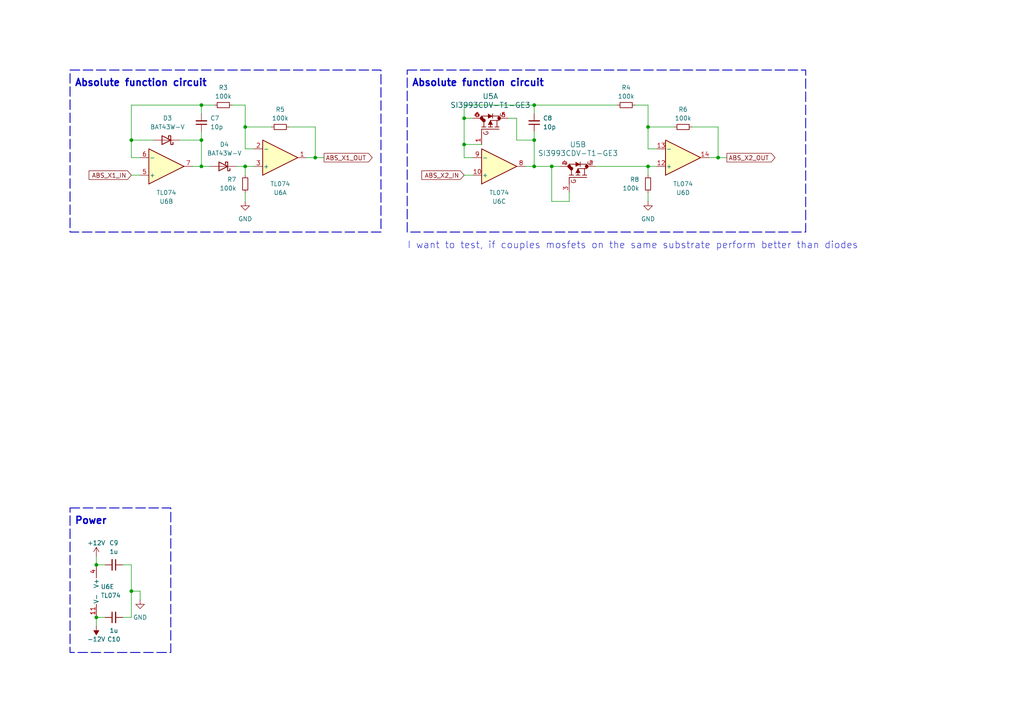
<source format=kicad_sch>
(kicad_sch (version 20231120) (generator "eeschema") (generator_version "8.0")
  (paper "A4")
  (title_block (title "Analog Computer Math Module") (date "2025-01-29") (rev "1") (company "Saal 2025") (comment 1 "Absolute Function"))
  (lib_symbols
    (symbol "Amplifier_Operational:TL074" (pin_names (offset 0.127))
      (property "Reference" "U" (at 0 5.08 0))
      (property "Value" "TL074" (at 0 -5.08 0))
      (symbol "TL074_1_1"
        (polyline (pts (xy -5.08 5.08) (xy 5.08 0) (xy -5.08 -5.08) (xy -5.08 5.08)) (stroke (width 0.254)) (fill (type background)))
        (pin output line (at 7.62 0 180) (length 2.54) (name "~") (number "1"))
        (pin input line (at -7.62 -2.54 0) (length 2.54) (name "-") (number "2"))
        (pin input line (at -7.62 2.54 0) (length 2.54) (name "+") (number "3"))
      )
      (symbol "TL074_2_1"
        (polyline (pts (xy -5.08 5.08) (xy 5.08 0) (xy -5.08 -5.08) (xy -5.08 5.08)) (stroke (width 0.254)) (fill (type background)))
        (pin input line (at -7.62 2.54 0) (length 2.54) (name "+") (number "5"))
        (pin input line (at -7.62 -2.54 0) (length 2.54) (name "-") (number "6"))
        (pin output line (at 7.62 0 180) (length 2.54) (name "~") (number "7"))
      )
      (symbol "TL074_3_1"
        (polyline (pts (xy -5.08 5.08) (xy 5.08 0) (xy -5.08 -5.08) (xy -5.08 5.08)) (stroke (width 0.254)) (fill (type background)))
        (pin input line (at -7.62 2.54 0) (length 2.54) (name "+") (number "10"))
        (pin output line (at 7.62 0 180) (length 2.54) (name "~") (number "8"))
        (pin input line (at -7.62 -2.54 0) (length 2.54) (name "-") (number "9"))
      )
      (symbol "TL074_4_1"
        (polyline (pts (xy -5.08 5.08) (xy 5.08 0) (xy -5.08 -5.08) (xy -5.08 5.08)) (stroke (width 0.254)) (fill (type background)))
        (pin input line (at -7.62 2.54 0) (length 2.54) (name "+") (number "12"))
        (pin input line (at -7.62 -2.54 0) (length 2.54) (name "-") (number "13"))
        (pin output line (at 7.62 0 180) (length 2.54) (name "~") (number "14"))
      )
      (symbol "TL074_5_1"
        (pin power_in line (at -2.54 -7.62 90) (length 3.81) (name "V-") (number "11"))
        (pin power_in line (at -2.54 7.62 270) (length 3.81) (name "V+") (number "4"))
      )
    )
    (symbol "Analog_computing:SI3993CDV-T1-GE3" (pin_names (offset 0.254) hide)
      (property "Reference" "U" (at 0 10.16 0))
      (property "Value" "SI3993CDV-T1-GE3" (at 0 8.128 0))
      (symbol "SI3993CDV-T1-GE3_1_1"
        (polyline (pts (xy -3.81 -2.54) (xy -1.905 -2.54)) (stroke (width 0.2032)))
        (polyline (pts (xy -1.905 -2.54) (xy -1.905 2.54)) (stroke (width 0.2032)))
        (polyline (pts (xy -1.27 -2.54) (xy -1.27 -1.27)) (stroke (width 0.2032)))
        (polyline (pts (xy -1.27 -1.905) (xy 0.635 -1.905)) (stroke (width 0.2032)))
        (polyline (pts (xy -1.27 -0.635) (xy -1.27 0.635)) (stroke (width 0.2032)))
        (polyline (pts (xy -1.27 1.27) (xy -1.27 2.54)) (stroke (width 0.2032)))
        (polyline (pts (xy -1.27 1.905) (xy 0.635 1.905)) (stroke (width 0.2032)))
        (polyline (pts (xy -0.635 0) (xy -1.27 0)) (stroke (width 0.2032)))
        (polyline (pts (xy 0.635 -2.54) (xy 1.905 -2.54)) (stroke (width 0.2032)))
        (polyline (pts (xy 0.635 1.905) (xy 0.635 0)) (stroke (width 0.2032)))
        (polyline (pts (xy 0.635 1.905) (xy 0.635 2.54)) (stroke (width 0.2032)))
        (polyline (pts (xy 0.635 2.54) (xy 1.905 2.54)) (stroke (width 0.2032)))
        (polyline (pts (xy 0.6604 -1.905) (xy 0.635 -2.54)) (stroke (width 0.127)))
        (polyline (pts (xy 1.905 -2.54) (xy 1.905 -0.635)) (stroke (width 0.2032)))
        (polyline (pts (xy 1.905 0.635) (xy 1.905 2.54)) (stroke (width 0.2032)))
        (polyline (pts (xy 2.54 0.635) (xy 1.27 0.635)) (stroke (width 0.2032)))
        (polyline (pts (xy -0.635 -0.635) (xy 0.635 0) (xy -0.635 0.635)) (fill (type outline)))
        (polyline (pts (xy 2.54 -0.635) (xy 1.27 -0.635) (xy 1.905 0.635)) (fill (type outline)))
        (circle (center 0.635 -1.905) (radius 0.0254) (stroke (width 0.508)))
        (circle (center 1.27 -2.54) (radius 0.0254) (stroke (width 0.508)))
        (circle (center 1.27 2.54) (radius 0.0254) (stroke (width 0.508)))
        (text "D" (at 2.286 -3.81 0) (effects (font (size 1.27 1.27))))
        (text "G" (at -3.048 -1.27 0) (effects (font (size 1.27 1.27))))
        (text "S" (at 2.286 3.556 0) (effects (font (size 1.27 1.27))))
        (pin unspecified line (at -6.35 -2.54 0) (length 2.54) (name "G1") (number "1"))
        (pin unspecified line (at 1.27 5.08 270) (length 2.54) (name "S1") (number "5"))
        (pin unspecified line (at 1.27 -5.08 90) (length 2.54) (name "D1") (number "6"))
      )
      (symbol "SI3993CDV-T1-GE3_2_1"
        (polyline (pts (xy -3.81 -2.54) (xy -1.905 -2.54)) (stroke (width 0.2032)))
        (polyline (pts (xy -1.905 -2.54) (xy -1.905 2.54)) (stroke (width 0.2032)))
        (polyline (pts (xy -1.27 -2.54) (xy -1.27 -1.27)) (stroke (width 0.2032)))
        (polyline (pts (xy -1.27 -1.905) (xy 0.635 -1.905)) (stroke (width 0.2032)))
        (polyline (pts (xy -1.27 -0.635) (xy -1.27 0.635)) (stroke (width 0.2032)))
        (polyline (pts (xy -1.27 1.27) (xy -1.27 2.54)) (stroke (width 0.2032)))
        (polyline (pts (xy -1.27 1.905) (xy 0.635 1.905)) (stroke (width 0.2032)))
        (polyline (pts (xy -0.635 0) (xy -1.27 0)) (stroke (width 0.2032)))
        (polyline (pts (xy 0.635 -2.54) (xy 1.905 -2.54)) (stroke (width 0.2032)))
        (polyline (pts (xy 0.635 1.905) (xy 0.635 0)) (stroke (width 0.2032)))
        (polyline (pts (xy 0.635 1.905) (xy 0.635 2.54)) (stroke (width 0.2032)))
        (polyline (pts (xy 0.635 2.54) (xy 1.905 2.54)) (stroke (width 0.2032)))
        (polyline (pts (xy 0.6604 -1.905) (xy 0.635 -2.54)) (stroke (width 0.127)))
        (polyline (pts (xy 1.905 -2.54) (xy 1.905 -0.635)) (stroke (width 0.2032)))
        (polyline (pts (xy 1.905 0.635) (xy 1.905 2.54)) (stroke (width 0.2032)))
        (polyline (pts (xy 2.54 0.635) (xy 1.27 0.635)) (stroke (width 0.2032)))
        (polyline (pts (xy -0.635 -0.635) (xy 0.635 0) (xy -0.635 0.635)) (fill (type outline)))
        (polyline (pts (xy 2.54 -0.635) (xy 1.27 -0.635) (xy 1.905 0.635)) (fill (type outline)))
        (circle (center 0.635 -1.905) (radius 0.0254) (stroke (width 0.508)))
        (circle (center 1.27 -2.54) (radius 0.0254) (stroke (width 0.508)))
        (circle (center 1.27 2.54) (radius 0.0254) (stroke (width 0.508)))
        (text "D" (at 2.286 -3.81 0) (effects (font (size 1.27 1.27))))
        (text "G" (at -3.048 -1.27 0) (effects (font (size 1.27 1.27))))
        (text "S" (at 2.286 3.556 0) (effects (font (size 1.27 1.27))))
        (pin unspecified line (at 1.27 5.08 270) (length 2.54) (name "S2") (number "2"))
        (pin unspecified line (at -6.35 -2.54 0) (length 2.54) (name "G2") (number "3"))
        (pin unspecified line (at 1.27 -5.08 90) (length 2.54) (name "D2") (number "4"))
      )
    )
    (symbol "Device:C_Small" (pin_numbers hide) (pin_names (offset 0.254) hide)
      (property "Reference" "C" (at 0.254 1.778 0))
      (property "Value" "C_Small" (at 0.254 -2.032 0))
      (symbol "C_Small_0_1"
        (polyline (pts (xy -1.524 -0.508) (xy 1.524 -0.508)) (stroke (width 0.3302)))
        (polyline (pts (xy -1.524 0.508) (xy 1.524 0.508)) (stroke (width 0.3048)))
      )
      (symbol "C_Small_1_1"
        (pin passive line (at 0 2.54 270) (length 2.032) (name "~") (number "1"))
        (pin passive line (at 0 -2.54 90) (length 2.032) (name "~") (number "2"))
      )
    )
    (symbol "Device:R_Small" (pin_numbers hide) (pin_names (offset 0.254) hide)
      (property "Reference" "R" (at 0.762 0.508 0))
      (property "Value" "R_Small" (at 0.762 -1.016 0))
      (symbol "R_Small_0_1"
        (rectangle (start -0.762 1.778) (end 0.762 -1.778) (stroke (width 0.2032)))
      )
      (symbol "R_Small_1_1"
        (pin passive line (at 0 2.54 270) (length 0.762) (name "~") (number "1"))
        (pin passive line (at 0 -2.54 90) (length 0.762) (name "~") (number "2"))
      )
    )
    (symbol "Diode:BAT43W-V" (pin_numbers hide) (pin_names (offset 1.016) hide)
      (property "Reference" "D" (at 0 2.54 0))
      (property "Value" "BAT43W-V" (at 0 -2.54 0))
      (symbol "BAT43W-V_0_1"
        (polyline (pts (xy 1.27 0) (xy -1.27 0)))
        (polyline (pts (xy 1.27 1.27) (xy 1.27 -1.27) (xy -1.27 0) (xy 1.27 1.27)) (stroke (width 0.254)))
        (polyline (pts (xy -1.905 0.635) (xy -1.905 1.27) (xy -1.27 1.27) (xy -1.27 -1.27) (xy -0.635 -1.27) (xy -0.635 -0.635)) (stroke (width 0.254)))
      )
      (symbol "BAT43W-V_1_1"
        (pin passive line (at -3.81 0 0) (length 2.54) (name "K") (number "1"))
        (pin passive line (at 3.81 0 180) (length 2.54) (name "A") (number "2"))
      )
    )
    (symbol "power:+12V" (power) (pin_numbers hide) (pin_names (offset 0) hide)
      (property "Value" "+12V" (at 0 3.556 0))
      (symbol "+12V_0_1"
        (polyline (pts (xy -0.762 1.27) (xy 0 2.54)))
        (polyline (pts (xy 0 0) (xy 0 2.54)))
        (polyline (pts (xy 0 2.54) (xy 0.762 1.27)))
      )
      (symbol "+12V_1_1"
        (pin power_in line (at 0 0 90) (length 0) (name "~") (number "1"))
      )
    )
    (symbol "power:-12V" (power) (pin_numbers hide) (pin_names (offset 0) hide)
      (property "Value" "-12V" (at 0 3.556 0))
      (symbol "-12V_0_0"
        (pin power_in line (at 0 0 90) (length 0) (name "~") (number "1"))
      )
      (symbol "-12V_0_1"
        (polyline (pts (xy 0 0) (xy 0 1.27) (xy 0.762 1.27) (xy 0 2.54) (xy -0.762 1.27) (xy 0 1.27)) (fill (type outline)))
      )
    )
    (symbol "power:GND" (power) (pin_numbers hide) (pin_names (offset 0) hide)
      (property "Value" "GND" (at 0 -3.81 0))
      (symbol "GND_0_1"
        (polyline (pts (xy 0 0) (xy 0 -1.27) (xy 1.27 -1.27) (xy 0 -2.54) (xy -1.27 -1.27) (xy 0 -1.27)))
      )
      (symbol "GND_1_1"
        (pin power_in line (at 0 0 270) (length 0) (name "~") (number "1"))
      )
    )
  )
  (junction (at 71.12 48.26))
  (junction (at 160.02 48.26))
  (junction (at 134.62 34.29))
  (junction (at 91.44 45.72))
  (junction (at 58.42 30.48))
  (junction (at 134.62 41.91))
  (junction (at 27.94 179.07))
  (junction (at 58.42 40.64))
  (junction (at 187.96 48.26))
  (junction (at 154.94 40.64))
  (junction (at 27.94 163.83))
  (junction (at 187.96 36.83))
  (junction (at 38.1 171.45))
  (junction (at 208.28 45.72))
  (junction (at 38.1 40.64))
  (junction (at 154.94 48.26))
  (junction (at 71.12 36.83))
  (junction (at 58.42 48.26))
  (junction (at 154.94 30.48))
  (wire (pts (xy 91.44 45.72) (xy 91.44 36.83)))
  (wire (pts (xy 195.58 36.83) (xy 187.96 36.83)))
  (wire (pts (xy 154.94 38.1) (xy 154.94 40.64)))
  (wire (pts (xy 27.94 161.29) (xy 27.94 163.83)))
  (wire (pts (xy 71.12 48.26) (xy 73.66 48.26)))
  (wire (pts (xy 58.42 40.64) (xy 58.42 48.26)))
  (wire (pts (xy 154.94 48.26) (xy 160.02 48.26)))
  (wire (pts (xy 208.28 45.72) (xy 208.28 36.83)))
  (wire (pts (xy 71.12 36.83) (xy 71.12 30.48)))
  (wire (pts (xy 187.96 36.83) (xy 187.96 43.18)))
  (wire (pts (xy 68.58 48.26) (xy 71.12 48.26)))
  (wire (pts (xy 137.16 45.72) (xy 134.62 45.72)))
  (wire (pts (xy 160.02 48.26) (xy 162.56 48.26)))
  (wire (pts (xy 154.94 30.48) (xy 179.07 30.48)))
  (wire (pts (xy 208.28 45.72) (xy 210.82 45.72)))
  (wire (pts (xy 152.4 48.26) (xy 154.94 48.26)))
  (wire (pts (xy 38.1 30.48) (xy 58.42 30.48)))
  (wire (pts (xy 139.7 41.91) (xy 134.62 41.91)))
  (wire (pts (xy 38.1 163.83) (xy 35.56 163.83)))
  (wire (pts (xy 27.94 179.07) (xy 27.94 181.61)))
  (wire (pts (xy 78.74 36.83) (xy 71.12 36.83)))
  (wire (pts (xy 58.42 48.26) (xy 60.96 48.26)))
  (wire (pts (xy 134.62 41.91) (xy 134.62 34.29)))
  (wire (pts (xy 38.1 171.45) (xy 38.1 163.83)))
  (wire (pts (xy 187.96 43.18) (xy 190.5 43.18)))
  (wire (pts (xy 71.12 30.48) (xy 67.31 30.48)))
  (wire (pts (xy 38.1 40.64) (xy 44.45 40.64)))
  (wire (pts (xy 38.1 45.72) (xy 38.1 40.64)))
  (wire (pts (xy 187.96 48.26) (xy 187.96 50.8)))
  (wire (pts (xy 35.56 179.07) (xy 38.1 179.07)))
  (wire (pts (xy 71.12 55.88) (xy 71.12 58.42)))
  (wire (pts (xy 172.72 48.26) (xy 187.96 48.26)))
  (wire (pts (xy 205.74 45.72) (xy 208.28 45.72)))
  (wire (pts (xy 134.62 30.48) (xy 134.62 34.29)))
  (wire (pts (xy 58.42 30.48) (xy 62.23 30.48)))
  (wire (pts (xy 40.64 45.72) (xy 38.1 45.72)))
  (wire (pts (xy 55.88 48.26) (xy 58.42 48.26)))
  (wire (pts (xy 134.62 34.29) (xy 137.16 34.29)))
  (wire (pts (xy 187.96 30.48) (xy 184.15 30.48)))
  (wire (pts (xy 149.86 34.29) (xy 149.86 40.64)))
  (wire (pts (xy 71.12 48.26) (xy 71.12 50.8)))
  (wire (pts (xy 71.12 36.83) (xy 71.12 43.18)))
  (wire (pts (xy 134.62 30.48) (xy 154.94 30.48)))
  (wire (pts (xy 147.32 34.29) (xy 149.86 34.29)))
  (wire (pts (xy 40.64 171.45) (xy 40.64 173.99)))
  (wire (pts (xy 27.94 163.83) (xy 30.48 163.83)))
  (wire (pts (xy 134.62 41.91) (xy 134.62 45.72)))
  (wire (pts (xy 154.94 40.64) (xy 154.94 48.26)))
  (wire (pts (xy 165.1 55.88) (xy 165.1 58.42)))
  (wire (pts (xy 187.96 55.88) (xy 187.96 58.42)))
  (wire (pts (xy 160.02 58.42) (xy 160.02 48.26)))
  (wire (pts (xy 58.42 38.1) (xy 58.42 40.64)))
  (wire (pts (xy 91.44 36.83) (xy 83.82 36.83)))
  (wire (pts (xy 38.1 179.07) (xy 38.1 171.45)))
  (wire (pts (xy 38.1 50.8) (xy 40.64 50.8)))
  (wire (pts (xy 208.28 36.83) (xy 200.66 36.83)))
  (wire (pts (xy 38.1 171.45) (xy 40.64 171.45)))
  (wire (pts (xy 27.94 179.07) (xy 30.48 179.07)))
  (wire (pts (xy 71.12 43.18) (xy 73.66 43.18)))
  (wire (pts (xy 187.96 36.83) (xy 187.96 30.48)))
  (wire (pts (xy 52.07 40.64) (xy 58.42 40.64)))
  (wire (pts (xy 165.1 58.42) (xy 160.02 58.42)))
  (wire (pts (xy 88.9 45.72) (xy 91.44 45.72)))
  (wire (pts (xy 91.44 45.72) (xy 93.98 45.72)))
  (wire (pts (xy 38.1 40.64) (xy 38.1 30.48)))
  (wire (pts (xy 154.94 30.48) (xy 154.94 33.02)))
  (wire (pts (xy 149.86 40.64) (xy 154.94 40.64)))
  (wire (pts (xy 187.96 48.26) (xy 190.5 48.26)))
  (wire (pts (xy 58.42 30.48) (xy 58.42 33.02)))
  (wire (pts (xy 134.62 50.8) (xy 137.16 50.8)))
  (rectangle (start 118.11 20.32) (end 233.68 67.31) (stroke (width 0.254) (type dash)))
  (rectangle (start 20.32 20.32) (end 110.49 67.31) (stroke (width 0.254) (type dash)))
  (rectangle (start 20.32 147.32) (end 49.53 189.23) (stroke (width 0.254) (type dash)))
  (text "Absolute function circuit" (at 21.59 24.13 0) (effects (font (size 2.032 2.032) (thickness 0.4064) (bold yes)) (justify left)))
  (text "Power" (at 21.59 151.13 0) (effects (font (size 2.032 2.032) (thickness 0.4064) (bold yes)) (justify left)))
  (text "Absolute function circuit" (at 119.38 24.13 0) (effects (font (size 2.032 2.032) (thickness 0.4064) (bold yes)) (justify left)))
  (text "I want to test, if couples mosfets on the same substrate perform better than diodes" (at 118.11 72.39 0) (effects (font (size 2 2) (thickness 0.125)) (justify left bottom)))
  (global_label "ABS_X2_OUT" (shape output) (at 210.82 45.72 0) (property "Intersheetrefs" "${INTERSHEET_REFS}" (effects (hide yes))))
  (global_label "ABS_X1_OUT" (shape output) (at 93.98 45.72 0) (property "Intersheetrefs" "${INTERSHEET_REFS}" (effects (hide yes))))
  (global_label "ABS_X1_IN" (shape input) (at 38.1 50.8 180) (property "Intersheetrefs" "${INTERSHEET_REFS}" (effects (hide yes))))
  (global_label "ABS_X2_IN" (shape input) (at 134.62 50.8 180) (property "Intersheetrefs" "${INTERSHEET_REFS}" (effects (hide yes))))
  (symbol (lib_id "Device:R_Small") (at 81.28 36.83 90) (unit 1)
    (property "Reference" "R5" (at 81.28 31.75 90))
    (property "Value" "100k" (at 81.28 34.29 90))
    (property "Footprint" "Resistor_SMD:R_1206_3216Metric_Pad1.30x1.75mm_HandSolder" (effects (hide yes)))
    (property "Description" "Resistor, small symbol" (effects (hide yes)))
  )
  (symbol (lib_id "Analog_computing:SI3993CDV-T1-GE3") (at 142.24 35.56 270) (mirror x) (unit 1)
    (property "Reference" "U5" (at 142.24 27.94 90) (effects (font (size 1.524 1.524))))
    (property "Value" "SI3993CDV-T1-GE3" (at 142.24 30.48 90) (effects (font (size 1.524 1.524))))
    (property "Footprint" "Package_TO_SOT_SMD:TSOT-23-6_HandSoldering" (effects (hide yes)))
    (property "Datasheet" "https://mm.digikey.com/Volume0/opasdata/d220001/medias/docus/6164/Si3993CDV.PDF" (effects (hide yes)))
    (property "Description" "Dual P-Channel 30 V (D-S) MOSFET" (effects (hide yes)))
  )
  (symbol (lib_id "power:GND") (at 40.64 173.99 0) (unit 1)
    (property "Reference" "#PWR029" (effects (hide yes)))
    (property "Value" "GND" (at 40.64 179.07 0))
    (property "Description" "Power symbol creates a global label with name \"GND\" , ground" (effects (hide yes)))
  )
  (symbol (lib_id "Amplifier_Operational:TL074") (at 198.12 45.72 0) (mirror x) (unit 4)
    (property "Reference" "U6" (at 198.12 55.88 0))
    (property "Value" "TL074" (at 198.12 53.34 0))
    (property "Footprint" "Package_SO:SOIC-14_3.9x8.7mm_P1.27mm" (effects (hide yes)))
    (property "Datasheet" "http://www.ti.com/lit/ds/symlink/tl071.pdf" (effects (hide yes)))
    (property "Description" "Quad Low-Noise JFET-Input Operational Amplifiers, DIP-14/SOIC-14" (effects (hide yes)))
  )
  (symbol (lib_id "Device:R_Small") (at 187.96 53.34 0) (mirror y) (unit 1)
    (property "Reference" "R8" (at 185.42 52.0699 0) (effects (justify left)))
    (property "Value" "100k" (at 185.42 54.6099 0) (effects (justify left)))
    (property "Footprint" "Resistor_SMD:R_1206_3216Metric_Pad1.30x1.75mm_HandSolder" (effects (hide yes)))
    (property "Description" "Resistor, small symbol" (effects (hide yes)))
  )
  (symbol (lib_id "Device:C_Small") (at 154.94 35.56 180) (unit 1)
    (property "Reference" "C8" (at 157.48 34.2835 0) (effects (justify right)))
    (property "Value" "10p" (at 157.48 36.8235 0) (effects (justify right)))
    (property "Footprint" "Capacitor_SMD:C_1206_3216Metric_Pad1.33x1.80mm_HandSolder" (effects (hide yes)))
    (property "Description" "Unpolarized capacitor, small symbol" (effects (hide yes)))
  )
  (symbol (lib_id "Analog_computing:SI3993CDV-T1-GE3") (at 167.64 49.53 270) (mirror x) (unit 2)
    (property "Reference" "U5" (at 167.64 41.91 90) (effects (font (size 1.524 1.524))))
    (property "Value" "SI3993CDV-T1-GE3" (at 167.64 44.45 90) (effects (font (size 1.524 1.524))))
    (property "Footprint" "Package_TO_SOT_SMD:TSOT-23-6_HandSoldering" (effects (hide yes)))
    (property "Datasheet" "https://mm.digikey.com/Volume0/opasdata/d220001/medias/docus/6164/Si3993CDV.PDF" (effects (hide yes)))
    (property "Description" "Dual P-Channel 30 V (D-S) MOSFET" (effects (hide yes)))
  )
  (symbol (lib_id "power:+12V") (at 27.94 161.29 0) (unit 1)
    (property "Reference" "#PWR028" (effects (hide yes)))
    (property "Value" "+12V" (at 27.94 157.48 0))
    (property "Description" "Power symbol creates a global label with name \"+12V\"" (effects (hide yes)))
  )
  (symbol (lib_id "Device:R_Small") (at 198.12 36.83 90) (unit 1)
    (property "Reference" "R6" (at 198.12 31.75 90))
    (property "Value" "100k" (at 198.12 34.29 90))
    (property "Footprint" "Resistor_SMD:R_1206_3216Metric_Pad1.30x1.75mm_HandSolder" (effects (hide yes)))
    (property "Description" "Resistor, small symbol" (effects (hide yes)))
  )
  (symbol (lib_id "Device:R_Small") (at 71.12 53.34 0) (mirror y) (unit 1)
    (property "Reference" "R7" (at 68.58 52.0699 0) (effects (justify left)))
    (property "Value" "100k" (at 68.58 54.6099 0) (effects (justify left)))
    (property "Footprint" "Resistor_SMD:R_1206_3216Metric_Pad1.30x1.75mm_HandSolder" (effects (hide yes)))
    (property "Description" "Resistor, small symbol" (effects (hide yes)))
  )
  (symbol (lib_id "power:-12V") (at 27.94 181.61 180) (unit 1)
    (property "Reference" "#PWR030" (effects (hide yes)))
    (property "Value" "-12V" (at 27.94 185.42 0))
    (property "Description" "Power symbol creates a global label with name \"-12V\"" (effects (hide yes)))
  )
  (symbol (lib_id "Device:C_Small") (at 33.02 163.83 270) (unit 1)
    (property "Reference" "C9" (at 33.0136 157.48 90))
    (property "Value" "1u" (at 33.0136 160.02 90))
    (property "Footprint" "Capacitor_SMD:C_1206_3216Metric_Pad1.33x1.80mm_HandSolder" (effects (hide yes)))
    (property "Description" "Unpolarized capacitor, small symbol" (effects (hide yes)))
  )
  (symbol (lib_id "power:GND") (at 71.12 58.42 0) (unit 1)
    (property "Reference" "#PWR026" (effects (hide yes)))
    (property "Value" "GND" (at 71.12 63.5 0))
    (property "Description" "Power symbol creates a global label with name \"GND\" , ground" (effects (hide yes)))
  )
  (symbol (lib_id "Amplifier_Operational:TL074") (at 30.48 171.45 0) (unit 5)
    (property "Reference" "U6" (at 29.21 170.1799 0) (effects (justify left)))
    (property "Value" "TL074" (at 29.21 172.7199 0) (effects (justify left)))
    (property "Footprint" "Package_SO:SOIC-14_3.9x8.7mm_P1.27mm" (effects (hide yes)))
    (property "Datasheet" "http://www.ti.com/lit/ds/symlink/tl071.pdf" (effects (hide yes)))
    (property "Description" "Quad Low-Noise JFET-Input Operational Amplifiers, DIP-14/SOIC-14" (effects (hide yes)))
  )
  (symbol (lib_id "Amplifier_Operational:TL074") (at 144.78 48.26 0) (mirror x) (unit 3)
    (property "Reference" "U6" (at 144.78 58.42 0))
    (property "Value" "TL074" (at 144.78 55.88 0))
    (property "Footprint" "Package_SO:SOIC-14_3.9x8.7mm_P1.27mm" (effects (hide yes)))
    (property "Datasheet" "http://www.ti.com/lit/ds/symlink/tl071.pdf" (effects (hide yes)))
    (property "Description" "Quad Low-Noise JFET-Input Operational Amplifiers, DIP-14/SOIC-14" (effects (hide yes)))
  )
  (symbol (lib_id "Device:R_Small") (at 181.61 30.48 90) (unit 1)
    (property "Reference" "R4" (at 181.61 25.4 90))
    (property "Value" "100k" (at 181.61 27.94 90))
    (property "Footprint" "Resistor_SMD:R_1206_3216Metric_Pad1.30x1.75mm_HandSolder" (effects (hide yes)))
    (property "Description" "Resistor, small symbol" (effects (hide yes)))
  )
  (symbol (lib_id "Diode:BAT43W-V") (at 64.77 48.26 180) (unit 1)
    (property "Reference" "D4" (at 65.0875 41.91 0))
    (property "Value" "BAT43W-V" (at 65.0875 44.45 0))
    (property "Footprint" "Diode_SMD:D_1206_3216Metric_Pad1.42x1.75mm_HandSolder" (effects (hide yes)))
    (property "Datasheet" "http://www.vishay.com/docs/85660/bat42.pdf" (effects (hide yes)))
    (property "Description" "30V 0.2A Small Signal Schottky diode, SOD-123" (effects (hide yes)))
  )
  (symbol (lib_id "Device:C_Small") (at 33.02 179.07 90) (mirror x) (unit 1)
    (property "Reference" "C10" (at 33.0263 185.42 90))
    (property "Value" "1u" (at 33.0263 182.88 90))
    (property "Footprint" "Capacitor_SMD:C_1206_3216Metric_Pad1.33x1.80mm_HandSolder" (effects (hide yes)))
    (property "Description" "Unpolarized capacitor, small symbol" (effects (hide yes)))
  )
  (symbol (lib_id "Amplifier_Operational:TL074") (at 48.26 48.26 0) (mirror x) (unit 2)
    (property "Reference" "U6" (at 48.26 58.42 0))
    (property "Value" "TL074" (at 48.26 55.88 0))
    (property "Footprint" "Package_SO:SOIC-14_3.9x8.7mm_P1.27mm" (effects (hide yes)))
    (property "Datasheet" "http://www.ti.com/lit/ds/symlink/tl071.pdf" (effects (hide yes)))
    (property "Description" "Quad Low-Noise JFET-Input Operational Amplifiers, DIP-14/SOIC-14" (effects (hide yes)))
  )
  (symbol (lib_id "Diode:BAT43W-V") (at 48.26 40.64 180) (unit 1)
    (property "Reference" "D3" (at 48.5775 34.29 0))
    (property "Value" "BAT43W-V" (at 48.5775 36.83 0))
    (property "Footprint" "Diode_SMD:D_1206_3216Metric_Pad1.42x1.75mm_HandSolder" (effects (hide yes)))
    (property "Datasheet" "http://www.vishay.com/docs/85660/bat42.pdf" (effects (hide yes)))
    (property "Description" "30V 0.2A Small Signal Schottky diode, SOD-123" (effects (hide yes)))
  )
  (symbol (lib_id "Device:R_Small") (at 64.77 30.48 90) (unit 1)
    (property "Reference" "R3" (at 64.77 25.4 90))
    (property "Value" "100k" (at 64.77 27.94 90))
    (property "Footprint" "Resistor_SMD:R_1206_3216Metric_Pad1.30x1.75mm_HandSolder" (effects (hide yes)))
    (property "Description" "Resistor, small symbol" (effects (hide yes)))
  )
  (symbol (lib_id "power:GND") (at 187.96 58.42 0) (unit 1)
    (property "Reference" "#PWR027" (effects (hide yes)))
    (property "Value" "GND" (at 187.96 63.5 0))
    (property "Description" "Power symbol creates a global label with name \"GND\" , ground" (effects (hide yes)))
  )
  (symbol (lib_id "Device:C_Small") (at 58.42 35.56 180) (unit 1)
    (property "Reference" "C7" (at 60.96 34.2835 0) (effects (justify right)))
    (property "Value" "10p" (at 60.96 36.8235 0) (effects (justify right)))
    (property "Footprint" "Capacitor_SMD:C_1206_3216Metric_Pad1.33x1.80mm_HandSolder" (effects (hide yes)))
    (property "Description" "Unpolarized capacitor, small symbol" (effects (hide yes)))
  )
  (symbol (lib_id "Amplifier_Operational:TL074") (at 81.28 45.72 0) (mirror x) (unit 1)
    (property "Reference" "U6" (at 81.28 55.88 0))
    (property "Value" "TL074" (at 81.28 53.34 0))
    (property "Footprint" "Package_SO:SOIC-14_3.9x8.7mm_P1.27mm" (effects (hide yes)))
    (property "Datasheet" "http://www.ti.com/lit/ds/symlink/tl071.pdf" (effects (hide yes)))
    (property "Description" "Quad Low-Noise JFET-Input Operational Amplifiers, DIP-14/SOIC-14" (effects (hide yes)))
  )
)
</source>
